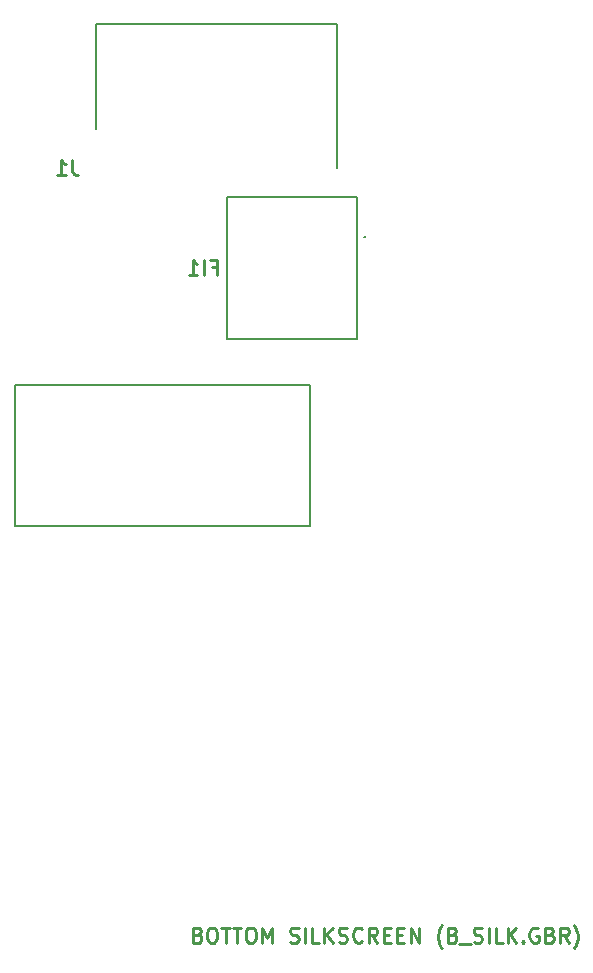
<source format=gbr>
G04 #@! TF.GenerationSoftware,KiCad,Pcbnew,(5.1.5)-3*
G04 #@! TF.CreationDate,2020-04-20T12:10:47-07:00*
G04 #@! TF.ProjectId,10096510 Battery Connection,31303039-3635-4313-9020-426174746572,rev?*
G04 #@! TF.SameCoordinates,PXb874050PY8789ff8*
G04 #@! TF.FileFunction,Legend,Bot*
G04 #@! TF.FilePolarity,Positive*
%FSLAX46Y46*%
G04 Gerber Fmt 4.6, Leading zero omitted, Abs format (unit mm)*
G04 Created by KiCad (PCBNEW (5.1.5)-3) date 2020-04-20 12:10:47*
%MOMM*%
%LPD*%
G04 APERTURE LIST*
%ADD10C,0.254000*%
%ADD11C,0.177800*%
%ADD12C,0.200000*%
G04 APERTURE END LIST*
D10*
X19940814Y-32929285D02*
X20122242Y-32989761D01*
X20182719Y-33050238D01*
X20243195Y-33171190D01*
X20243195Y-33352619D01*
X20182719Y-33473571D01*
X20122242Y-33534047D01*
X20001290Y-33594523D01*
X19517480Y-33594523D01*
X19517480Y-32324523D01*
X19940814Y-32324523D01*
X20061766Y-32385000D01*
X20122242Y-32445476D01*
X20182719Y-32566428D01*
X20182719Y-32687380D01*
X20122242Y-32808333D01*
X20061766Y-32868809D01*
X19940814Y-32929285D01*
X19517480Y-32929285D01*
X21029385Y-32324523D02*
X21271290Y-32324523D01*
X21392242Y-32385000D01*
X21513195Y-32505952D01*
X21573671Y-32747857D01*
X21573671Y-33171190D01*
X21513195Y-33413095D01*
X21392242Y-33534047D01*
X21271290Y-33594523D01*
X21029385Y-33594523D01*
X20908433Y-33534047D01*
X20787480Y-33413095D01*
X20727004Y-33171190D01*
X20727004Y-32747857D01*
X20787480Y-32505952D01*
X20908433Y-32385000D01*
X21029385Y-32324523D01*
X21936528Y-32324523D02*
X22662242Y-32324523D01*
X22299385Y-33594523D02*
X22299385Y-32324523D01*
X22904147Y-32324523D02*
X23629861Y-32324523D01*
X23267004Y-33594523D02*
X23267004Y-32324523D01*
X24295100Y-32324523D02*
X24537004Y-32324523D01*
X24657957Y-32385000D01*
X24778909Y-32505952D01*
X24839385Y-32747857D01*
X24839385Y-33171190D01*
X24778909Y-33413095D01*
X24657957Y-33534047D01*
X24537004Y-33594523D01*
X24295100Y-33594523D01*
X24174147Y-33534047D01*
X24053195Y-33413095D01*
X23992719Y-33171190D01*
X23992719Y-32747857D01*
X24053195Y-32505952D01*
X24174147Y-32385000D01*
X24295100Y-32324523D01*
X25383671Y-33594523D02*
X25383671Y-32324523D01*
X25807004Y-33231666D01*
X26230338Y-32324523D01*
X26230338Y-33594523D01*
X27742242Y-33534047D02*
X27923671Y-33594523D01*
X28226052Y-33594523D01*
X28347004Y-33534047D01*
X28407480Y-33473571D01*
X28467957Y-33352619D01*
X28467957Y-33231666D01*
X28407480Y-33110714D01*
X28347004Y-33050238D01*
X28226052Y-32989761D01*
X27984147Y-32929285D01*
X27863195Y-32868809D01*
X27802719Y-32808333D01*
X27742242Y-32687380D01*
X27742242Y-32566428D01*
X27802719Y-32445476D01*
X27863195Y-32385000D01*
X27984147Y-32324523D01*
X28286528Y-32324523D01*
X28467957Y-32385000D01*
X29012242Y-33594523D02*
X29012242Y-32324523D01*
X30221766Y-33594523D02*
X29617004Y-33594523D01*
X29617004Y-32324523D01*
X30645100Y-33594523D02*
X30645100Y-32324523D01*
X31370814Y-33594523D02*
X30826528Y-32868809D01*
X31370814Y-32324523D02*
X30645100Y-33050238D01*
X31854623Y-33534047D02*
X32036052Y-33594523D01*
X32338433Y-33594523D01*
X32459385Y-33534047D01*
X32519861Y-33473571D01*
X32580338Y-33352619D01*
X32580338Y-33231666D01*
X32519861Y-33110714D01*
X32459385Y-33050238D01*
X32338433Y-32989761D01*
X32096528Y-32929285D01*
X31975576Y-32868809D01*
X31915100Y-32808333D01*
X31854623Y-32687380D01*
X31854623Y-32566428D01*
X31915100Y-32445476D01*
X31975576Y-32385000D01*
X32096528Y-32324523D01*
X32398909Y-32324523D01*
X32580338Y-32385000D01*
X33850338Y-33473571D02*
X33789861Y-33534047D01*
X33608433Y-33594523D01*
X33487480Y-33594523D01*
X33306052Y-33534047D01*
X33185100Y-33413095D01*
X33124623Y-33292142D01*
X33064147Y-33050238D01*
X33064147Y-32868809D01*
X33124623Y-32626904D01*
X33185100Y-32505952D01*
X33306052Y-32385000D01*
X33487480Y-32324523D01*
X33608433Y-32324523D01*
X33789861Y-32385000D01*
X33850338Y-32445476D01*
X35120338Y-33594523D02*
X34697004Y-32989761D01*
X34394623Y-33594523D02*
X34394623Y-32324523D01*
X34878433Y-32324523D01*
X34999385Y-32385000D01*
X35059861Y-32445476D01*
X35120338Y-32566428D01*
X35120338Y-32747857D01*
X35059861Y-32868809D01*
X34999385Y-32929285D01*
X34878433Y-32989761D01*
X34394623Y-32989761D01*
X35664623Y-32929285D02*
X36087957Y-32929285D01*
X36269385Y-33594523D02*
X35664623Y-33594523D01*
X35664623Y-32324523D01*
X36269385Y-32324523D01*
X36813671Y-32929285D02*
X37237004Y-32929285D01*
X37418433Y-33594523D02*
X36813671Y-33594523D01*
X36813671Y-32324523D01*
X37418433Y-32324523D01*
X37962719Y-33594523D02*
X37962719Y-32324523D01*
X38688433Y-33594523D01*
X38688433Y-32324523D01*
X40623671Y-34078333D02*
X40563195Y-34017857D01*
X40442242Y-33836428D01*
X40381766Y-33715476D01*
X40321290Y-33534047D01*
X40260814Y-33231666D01*
X40260814Y-32989761D01*
X40321290Y-32687380D01*
X40381766Y-32505952D01*
X40442242Y-32385000D01*
X40563195Y-32203571D01*
X40623671Y-32143095D01*
X41530814Y-32929285D02*
X41712242Y-32989761D01*
X41772719Y-33050238D01*
X41833195Y-33171190D01*
X41833195Y-33352619D01*
X41772719Y-33473571D01*
X41712242Y-33534047D01*
X41591290Y-33594523D01*
X41107480Y-33594523D01*
X41107480Y-32324523D01*
X41530814Y-32324523D01*
X41651766Y-32385000D01*
X41712242Y-32445476D01*
X41772719Y-32566428D01*
X41772719Y-32687380D01*
X41712242Y-32808333D01*
X41651766Y-32868809D01*
X41530814Y-32929285D01*
X41107480Y-32929285D01*
X42075100Y-33715476D02*
X43042719Y-33715476D01*
X43284623Y-33534047D02*
X43466052Y-33594523D01*
X43768433Y-33594523D01*
X43889385Y-33534047D01*
X43949861Y-33473571D01*
X44010338Y-33352619D01*
X44010338Y-33231666D01*
X43949861Y-33110714D01*
X43889385Y-33050238D01*
X43768433Y-32989761D01*
X43526528Y-32929285D01*
X43405576Y-32868809D01*
X43345100Y-32808333D01*
X43284623Y-32687380D01*
X43284623Y-32566428D01*
X43345100Y-32445476D01*
X43405576Y-32385000D01*
X43526528Y-32324523D01*
X43828909Y-32324523D01*
X44010338Y-32385000D01*
X44554623Y-33594523D02*
X44554623Y-32324523D01*
X45764147Y-33594523D02*
X45159385Y-33594523D01*
X45159385Y-32324523D01*
X46187480Y-33594523D02*
X46187480Y-32324523D01*
X46913195Y-33594523D02*
X46368909Y-32868809D01*
X46913195Y-32324523D02*
X46187480Y-33050238D01*
X47457480Y-33473571D02*
X47517957Y-33534047D01*
X47457480Y-33594523D01*
X47397004Y-33534047D01*
X47457480Y-33473571D01*
X47457480Y-33594523D01*
X48727480Y-32385000D02*
X48606528Y-32324523D01*
X48425100Y-32324523D01*
X48243671Y-32385000D01*
X48122719Y-32505952D01*
X48062242Y-32626904D01*
X48001766Y-32868809D01*
X48001766Y-33050238D01*
X48062242Y-33292142D01*
X48122719Y-33413095D01*
X48243671Y-33534047D01*
X48425100Y-33594523D01*
X48546052Y-33594523D01*
X48727480Y-33534047D01*
X48787957Y-33473571D01*
X48787957Y-33050238D01*
X48546052Y-33050238D01*
X49755576Y-32929285D02*
X49937004Y-32989761D01*
X49997480Y-33050238D01*
X50057957Y-33171190D01*
X50057957Y-33352619D01*
X49997480Y-33473571D01*
X49937004Y-33534047D01*
X49816052Y-33594523D01*
X49332242Y-33594523D01*
X49332242Y-32324523D01*
X49755576Y-32324523D01*
X49876528Y-32385000D01*
X49937004Y-32445476D01*
X49997480Y-32566428D01*
X49997480Y-32687380D01*
X49937004Y-32808333D01*
X49876528Y-32868809D01*
X49755576Y-32929285D01*
X49332242Y-32929285D01*
X51327957Y-33594523D02*
X50904623Y-32989761D01*
X50602242Y-33594523D02*
X50602242Y-32324523D01*
X51086052Y-32324523D01*
X51207004Y-32385000D01*
X51267480Y-32445476D01*
X51327957Y-32566428D01*
X51327957Y-32747857D01*
X51267480Y-32868809D01*
X51207004Y-32929285D01*
X51086052Y-32989761D01*
X50602242Y-32989761D01*
X51751290Y-34078333D02*
X51811766Y-34017857D01*
X51932719Y-33836428D01*
X51993195Y-33715476D01*
X52053671Y-33534047D01*
X52114147Y-33231666D01*
X52114147Y-32989761D01*
X52053671Y-32687380D01*
X51993195Y-32505952D01*
X51932719Y-32385000D01*
X51811766Y-32203571D01*
X51751290Y-32143095D01*
D11*
X4470400Y1651000D02*
X4470400Y13639800D01*
X4470400Y13639800D02*
X29464000Y13639800D01*
X29464000Y1651000D02*
X29464000Y13639800D01*
X4470400Y1651000D02*
X29464000Y1651000D01*
D12*
X11340000Y44153200D02*
X11340000Y35253200D01*
X31750000Y44153200D02*
X11340000Y44153200D01*
X31750000Y31953200D02*
X31750000Y44153200D01*
D10*
X34081230Y26135000D02*
G75*
G03X34081230Y26135000I-62230J0D01*
G01*
D12*
X33440000Y17495000D02*
X33440000Y29495000D01*
X22440000Y17495000D02*
X33440000Y17495000D01*
X22440000Y29495000D02*
X22440000Y17495000D01*
X33440000Y29495000D02*
X22440000Y29495000D01*
D10*
X9290133Y32648477D02*
X9290133Y31741334D01*
X9350609Y31559905D01*
X9471561Y31438953D01*
X9652990Y31378477D01*
X9773942Y31378477D01*
X8020133Y31378477D02*
X8745847Y31378477D01*
X8382990Y31378477D02*
X8382990Y32648477D01*
X8503942Y32467048D01*
X8624895Y32346096D01*
X8745847Y32285620D01*
X21112514Y23593715D02*
X21535847Y23593715D01*
X21535847Y22928477D02*
X21535847Y24198477D01*
X20931085Y24198477D01*
X20447276Y22928477D02*
X20447276Y24198477D01*
X19177276Y22928477D02*
X19902990Y22928477D01*
X19540133Y22928477D02*
X19540133Y24198477D01*
X19661085Y24017048D01*
X19782038Y23896096D01*
X19902990Y23835620D01*
M02*

</source>
